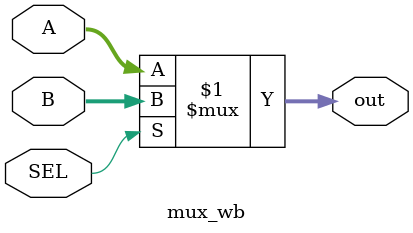
<source format=v>
`timescale 1ns / 1ps


module mux_wb(A,B,SEL,out);
input [31:0]A;
input [31:0]B;
input SEL;
output [31:0]out;
assign out=SEL?B:A;
endmodule

</source>
